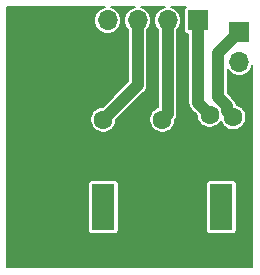
<source format=gbr>
G04 #@! TF.GenerationSoftware,KiCad,Pcbnew,5.0.1-33cea8e~68~ubuntu18.04.1*
G04 #@! TF.CreationDate,2018-11-05T15:54:46+01:00*
G04 #@! TF.ProjectId,Pulse_Arc_Welder_logic,50756C73655F4172635F57656C646572,rev?*
G04 #@! TF.SameCoordinates,Original*
G04 #@! TF.FileFunction,Copper,L1,Top,Signal*
G04 #@! TF.FilePolarity,Positive*
%FSLAX46Y46*%
G04 Gerber Fmt 4.6, Leading zero omitted, Abs format (unit mm)*
G04 Created by KiCad (PCBNEW 5.0.1-33cea8e~68~ubuntu18.04.1) date Mo 05 Nov 2018 15:54:46 CET*
%MOMM*%
%LPD*%
G01*
G04 APERTURE LIST*
G04 #@! TA.AperFunction,ComponentPad*
%ADD10R,1.980000X3.960000*%
G04 #@! TD*
G04 #@! TA.AperFunction,ComponentPad*
%ADD11O,1.980000X3.960000*%
G04 #@! TD*
G04 #@! TA.AperFunction,ComponentPad*
%ADD12R,1.700000X1.700000*%
G04 #@! TD*
G04 #@! TA.AperFunction,ComponentPad*
%ADD13O,1.700000X1.700000*%
G04 #@! TD*
G04 #@! TA.AperFunction,ViaPad*
%ADD14C,1.600000*%
G04 #@! TD*
G04 #@! TA.AperFunction,Conductor*
%ADD15C,1.000000*%
G04 #@! TD*
G04 #@! TA.AperFunction,Conductor*
%ADD16C,0.200000*%
G04 #@! TD*
G04 APERTURE END LIST*
D10*
G04 #@! TO.P,J1,1*
G04 #@! TO.N,Net-(J1-Pad1)*
X100000000Y-88800000D03*
D11*
G04 #@! TO.P,J1,2*
G04 #@! TO.N,GND*
X95000000Y-88800000D03*
G04 #@! TD*
D12*
G04 #@! TO.P,J2,1*
G04 #@! TO.N,WELD*
X111500000Y-74000000D03*
D13*
G04 #@! TO.P,J2,2*
G04 #@! TO.N,+24V*
X111500000Y-76540000D03*
G04 #@! TO.P,J2,3*
G04 #@! TO.N,GND*
X111500000Y-79080000D03*
G04 #@! TD*
D12*
G04 #@! TO.P,J3,1*
G04 #@! TO.N,SIG_1*
X108000000Y-73000000D03*
D13*
G04 #@! TO.P,J3,2*
G04 #@! TO.N,SIG_2*
X105460000Y-73000000D03*
G04 #@! TO.P,J3,3*
G04 #@! TO.N,SIG_3*
X102920000Y-73000000D03*
G04 #@! TO.P,J3,4*
G04 #@! TO.N,+5V*
X100380000Y-73000000D03*
G04 #@! TO.P,J3,5*
G04 #@! TO.N,GND*
X97840000Y-73000000D03*
G04 #@! TD*
D11*
G04 #@! TO.P,J4,2*
G04 #@! TO.N,GND*
X105000000Y-88800000D03*
D10*
G04 #@! TO.P,J4,1*
G04 #@! TO.N,Net-(J4-Pad1)*
X110000000Y-88800000D03*
G04 #@! TD*
D14*
G04 #@! TO.N,GND*
X110100000Y-83900000D03*
G04 #@! TO.N,WELD*
X111000000Y-81200000D03*
G04 #@! TO.N,SIG_1*
X109000000Y-81000000D03*
G04 #@! TO.N,SIG_2*
X105000000Y-81400000D03*
G04 #@! TO.N,SIG_3*
X100000000Y-81400000D03*
G04 #@! TD*
D15*
G04 #@! TO.N,WELD*
X109720001Y-75779999D02*
X109720001Y-79499999D01*
X111500000Y-74000000D02*
X109720001Y-75779999D01*
X110500001Y-80700001D02*
X111000000Y-81200000D01*
X109720001Y-79499999D02*
X110500001Y-80279999D01*
X110500001Y-80279999D02*
X110500001Y-80700001D01*
G04 #@! TO.N,SIG_1*
X108000000Y-73000000D02*
X108000000Y-78700000D01*
X108000000Y-78700000D02*
X108000000Y-80000000D01*
X108000000Y-80000000D02*
X109000000Y-81000000D01*
G04 #@! TO.N,SIG_2*
X105460000Y-73000000D02*
X105460000Y-80940000D01*
X105460000Y-80940000D02*
X105000000Y-81400000D01*
G04 #@! TO.N,SIG_3*
X102920000Y-73000000D02*
X102920000Y-78480000D01*
X102920000Y-78480000D02*
X100000000Y-81400000D01*
G04 #@! TD*
D16*
G04 #@! TO.N,GND*
G36*
X99937785Y-71932398D02*
X99738003Y-72039184D01*
X99562893Y-72182893D01*
X99419184Y-72358003D01*
X99312398Y-72557785D01*
X99246640Y-72774561D01*
X99224436Y-73000000D01*
X99246640Y-73225439D01*
X99312398Y-73442215D01*
X99419184Y-73641997D01*
X99562893Y-73817107D01*
X99738003Y-73960816D01*
X99937785Y-74067602D01*
X100154561Y-74133360D01*
X100323508Y-74150000D01*
X100436492Y-74150000D01*
X100605439Y-74133360D01*
X100822215Y-74067602D01*
X101021997Y-73960816D01*
X101197107Y-73817107D01*
X101340816Y-73641997D01*
X101447602Y-73442215D01*
X101513360Y-73225439D01*
X101535564Y-73000000D01*
X101513360Y-72774561D01*
X101447602Y-72557785D01*
X101340816Y-72358003D01*
X101197107Y-72182893D01*
X101021997Y-72039184D01*
X100822215Y-71932398D01*
X100632998Y-71875000D01*
X102667002Y-71875000D01*
X102477785Y-71932398D01*
X102278003Y-72039184D01*
X102102893Y-72182893D01*
X101959184Y-72358003D01*
X101852398Y-72557785D01*
X101786640Y-72774561D01*
X101764436Y-73000000D01*
X101786640Y-73225439D01*
X101852398Y-73442215D01*
X101959184Y-73641997D01*
X102102893Y-73817107D01*
X102120000Y-73831146D01*
X102120001Y-78148628D01*
X99968630Y-80300000D01*
X99891659Y-80300000D01*
X99679142Y-80342273D01*
X99478955Y-80425193D01*
X99298791Y-80545575D01*
X99145575Y-80698791D01*
X99025193Y-80878955D01*
X98942273Y-81079142D01*
X98900000Y-81291659D01*
X98900000Y-81508341D01*
X98942273Y-81720858D01*
X99025193Y-81921045D01*
X99145575Y-82101209D01*
X99298791Y-82254425D01*
X99478955Y-82374807D01*
X99679142Y-82457727D01*
X99891659Y-82500000D01*
X100108341Y-82500000D01*
X100320858Y-82457727D01*
X100521045Y-82374807D01*
X100701209Y-82254425D01*
X100854425Y-82101209D01*
X100974807Y-81921045D01*
X101057727Y-81720858D01*
X101100000Y-81508341D01*
X101100000Y-81431370D01*
X103457902Y-79073469D01*
X103488422Y-79048422D01*
X103584313Y-78931578D01*
X103588393Y-78926607D01*
X103662679Y-78787628D01*
X103685749Y-78711576D01*
X103708424Y-78636827D01*
X103720000Y-78519293D01*
X103720000Y-78519291D01*
X103723870Y-78480000D01*
X103720000Y-78440709D01*
X103720000Y-73831146D01*
X103737107Y-73817107D01*
X103880816Y-73641997D01*
X103987602Y-73442215D01*
X104053360Y-73225439D01*
X104075564Y-73000000D01*
X104053360Y-72774561D01*
X103987602Y-72557785D01*
X103880816Y-72358003D01*
X103737107Y-72182893D01*
X103561997Y-72039184D01*
X103362215Y-71932398D01*
X103172998Y-71875000D01*
X105207002Y-71875000D01*
X105017785Y-71932398D01*
X104818003Y-72039184D01*
X104642893Y-72182893D01*
X104499184Y-72358003D01*
X104392398Y-72557785D01*
X104326640Y-72774561D01*
X104304436Y-73000000D01*
X104326640Y-73225439D01*
X104392398Y-73442215D01*
X104499184Y-73641997D01*
X104642893Y-73817107D01*
X104660000Y-73831146D01*
X104660001Y-80350201D01*
X104478955Y-80425193D01*
X104298791Y-80545575D01*
X104145575Y-80698791D01*
X104025193Y-80878955D01*
X103942273Y-81079142D01*
X103900000Y-81291659D01*
X103900000Y-81508341D01*
X103942273Y-81720858D01*
X104025193Y-81921045D01*
X104145575Y-82101209D01*
X104298791Y-82254425D01*
X104478955Y-82374807D01*
X104679142Y-82457727D01*
X104891659Y-82500000D01*
X105108341Y-82500000D01*
X105320858Y-82457727D01*
X105521045Y-82374807D01*
X105701209Y-82254425D01*
X105854425Y-82101209D01*
X105974807Y-81921045D01*
X106057727Y-81720858D01*
X106100000Y-81508341D01*
X106100000Y-81421204D01*
X106128393Y-81386607D01*
X106202679Y-81247628D01*
X106244931Y-81108341D01*
X106248424Y-81096827D01*
X106260000Y-80979293D01*
X106260000Y-80979284D01*
X106263869Y-80940001D01*
X106260000Y-80900718D01*
X106260000Y-73831146D01*
X106277107Y-73817107D01*
X106420816Y-73641997D01*
X106527602Y-73442215D01*
X106593360Y-73225439D01*
X106615564Y-73000000D01*
X106593360Y-72774561D01*
X106527602Y-72557785D01*
X106420816Y-72358003D01*
X106277107Y-72182893D01*
X106101997Y-72039184D01*
X105902215Y-71932398D01*
X105712998Y-71875000D01*
X107028084Y-71875000D01*
X106982523Y-71899353D01*
X106936842Y-71936842D01*
X106899353Y-71982523D01*
X106871496Y-72034640D01*
X106854341Y-72091190D01*
X106848549Y-72150000D01*
X106848549Y-73850000D01*
X106854341Y-73908810D01*
X106871496Y-73965360D01*
X106899353Y-74017477D01*
X106936842Y-74063158D01*
X106982523Y-74100647D01*
X107034640Y-74128504D01*
X107091190Y-74145659D01*
X107150000Y-74151451D01*
X107200000Y-74151451D01*
X107200001Y-78660698D01*
X107200000Y-78660708D01*
X107200001Y-79960700D01*
X107196130Y-80000000D01*
X107211577Y-80156827D01*
X107257321Y-80307627D01*
X107331607Y-80446606D01*
X107406531Y-80537901D01*
X107431579Y-80568422D01*
X107462098Y-80593468D01*
X107900000Y-81031370D01*
X107900000Y-81108341D01*
X107942273Y-81320858D01*
X108025193Y-81521045D01*
X108145575Y-81701209D01*
X108298791Y-81854425D01*
X108478955Y-81974807D01*
X108679142Y-82057727D01*
X108891659Y-82100000D01*
X109108341Y-82100000D01*
X109320858Y-82057727D01*
X109521045Y-81974807D01*
X109701209Y-81854425D01*
X109854425Y-81701209D01*
X109954771Y-81551031D01*
X110025193Y-81721045D01*
X110145575Y-81901209D01*
X110298791Y-82054425D01*
X110478955Y-82174807D01*
X110679142Y-82257727D01*
X110891659Y-82300000D01*
X111108341Y-82300000D01*
X111320858Y-82257727D01*
X111521045Y-82174807D01*
X111701209Y-82054425D01*
X111854425Y-81901209D01*
X111974807Y-81721045D01*
X112057727Y-81520858D01*
X112100000Y-81308341D01*
X112100000Y-81091659D01*
X112057727Y-80879142D01*
X111974807Y-80678955D01*
X111854425Y-80498791D01*
X111701209Y-80345575D01*
X111521045Y-80225193D01*
X111320858Y-80142273D01*
X111289696Y-80136074D01*
X111288425Y-80123172D01*
X111242680Y-79972371D01*
X111203997Y-79900000D01*
X111168394Y-79833392D01*
X111093471Y-79742098D01*
X111093470Y-79742097D01*
X111068423Y-79711577D01*
X111037904Y-79686531D01*
X110520001Y-79168629D01*
X110520001Y-77146108D01*
X110539184Y-77181997D01*
X110682893Y-77357107D01*
X110858003Y-77500816D01*
X111057785Y-77607602D01*
X111274561Y-77673360D01*
X111443508Y-77690000D01*
X111556492Y-77690000D01*
X111725439Y-77673360D01*
X111942215Y-77607602D01*
X112141997Y-77500816D01*
X112317107Y-77357107D01*
X112460816Y-77181997D01*
X112567602Y-76982215D01*
X112625001Y-76792996D01*
X112625000Y-93900000D01*
X91875000Y-93900000D01*
X91875000Y-86820000D01*
X98708549Y-86820000D01*
X98708549Y-90780000D01*
X98714341Y-90838810D01*
X98731496Y-90895360D01*
X98759353Y-90947477D01*
X98796842Y-90993158D01*
X98842523Y-91030647D01*
X98894640Y-91058504D01*
X98951190Y-91075659D01*
X99010000Y-91081451D01*
X100990000Y-91081451D01*
X101048810Y-91075659D01*
X101105360Y-91058504D01*
X101157477Y-91030647D01*
X101203158Y-90993158D01*
X101240647Y-90947477D01*
X101268504Y-90895360D01*
X101285659Y-90838810D01*
X101291451Y-90780000D01*
X101291451Y-86820000D01*
X108708549Y-86820000D01*
X108708549Y-90780000D01*
X108714341Y-90838810D01*
X108731496Y-90895360D01*
X108759353Y-90947477D01*
X108796842Y-90993158D01*
X108842523Y-91030647D01*
X108894640Y-91058504D01*
X108951190Y-91075659D01*
X109010000Y-91081451D01*
X110990000Y-91081451D01*
X111048810Y-91075659D01*
X111105360Y-91058504D01*
X111157477Y-91030647D01*
X111203158Y-90993158D01*
X111240647Y-90947477D01*
X111268504Y-90895360D01*
X111285659Y-90838810D01*
X111291451Y-90780000D01*
X111291451Y-86820000D01*
X111285659Y-86761190D01*
X111268504Y-86704640D01*
X111240647Y-86652523D01*
X111203158Y-86606842D01*
X111157477Y-86569353D01*
X111105360Y-86541496D01*
X111048810Y-86524341D01*
X110990000Y-86518549D01*
X109010000Y-86518549D01*
X108951190Y-86524341D01*
X108894640Y-86541496D01*
X108842523Y-86569353D01*
X108796842Y-86606842D01*
X108759353Y-86652523D01*
X108731496Y-86704640D01*
X108714341Y-86761190D01*
X108708549Y-86820000D01*
X101291451Y-86820000D01*
X101285659Y-86761190D01*
X101268504Y-86704640D01*
X101240647Y-86652523D01*
X101203158Y-86606842D01*
X101157477Y-86569353D01*
X101105360Y-86541496D01*
X101048810Y-86524341D01*
X100990000Y-86518549D01*
X99010000Y-86518549D01*
X98951190Y-86524341D01*
X98894640Y-86541496D01*
X98842523Y-86569353D01*
X98796842Y-86606842D01*
X98759353Y-86652523D01*
X98731496Y-86704640D01*
X98714341Y-86761190D01*
X98708549Y-86820000D01*
X91875000Y-86820000D01*
X91875000Y-71875000D01*
X100127002Y-71875000D01*
X99937785Y-71932398D01*
X99937785Y-71932398D01*
G37*
X99937785Y-71932398D02*
X99738003Y-72039184D01*
X99562893Y-72182893D01*
X99419184Y-72358003D01*
X99312398Y-72557785D01*
X99246640Y-72774561D01*
X99224436Y-73000000D01*
X99246640Y-73225439D01*
X99312398Y-73442215D01*
X99419184Y-73641997D01*
X99562893Y-73817107D01*
X99738003Y-73960816D01*
X99937785Y-74067602D01*
X100154561Y-74133360D01*
X100323508Y-74150000D01*
X100436492Y-74150000D01*
X100605439Y-74133360D01*
X100822215Y-74067602D01*
X101021997Y-73960816D01*
X101197107Y-73817107D01*
X101340816Y-73641997D01*
X101447602Y-73442215D01*
X101513360Y-73225439D01*
X101535564Y-73000000D01*
X101513360Y-72774561D01*
X101447602Y-72557785D01*
X101340816Y-72358003D01*
X101197107Y-72182893D01*
X101021997Y-72039184D01*
X100822215Y-71932398D01*
X100632998Y-71875000D01*
X102667002Y-71875000D01*
X102477785Y-71932398D01*
X102278003Y-72039184D01*
X102102893Y-72182893D01*
X101959184Y-72358003D01*
X101852398Y-72557785D01*
X101786640Y-72774561D01*
X101764436Y-73000000D01*
X101786640Y-73225439D01*
X101852398Y-73442215D01*
X101959184Y-73641997D01*
X102102893Y-73817107D01*
X102120000Y-73831146D01*
X102120001Y-78148628D01*
X99968630Y-80300000D01*
X99891659Y-80300000D01*
X99679142Y-80342273D01*
X99478955Y-80425193D01*
X99298791Y-80545575D01*
X99145575Y-80698791D01*
X99025193Y-80878955D01*
X98942273Y-81079142D01*
X98900000Y-81291659D01*
X98900000Y-81508341D01*
X98942273Y-81720858D01*
X99025193Y-81921045D01*
X99145575Y-82101209D01*
X99298791Y-82254425D01*
X99478955Y-82374807D01*
X99679142Y-82457727D01*
X99891659Y-82500000D01*
X100108341Y-82500000D01*
X100320858Y-82457727D01*
X100521045Y-82374807D01*
X100701209Y-82254425D01*
X100854425Y-82101209D01*
X100974807Y-81921045D01*
X101057727Y-81720858D01*
X101100000Y-81508341D01*
X101100000Y-81431370D01*
X103457902Y-79073469D01*
X103488422Y-79048422D01*
X103584313Y-78931578D01*
X103588393Y-78926607D01*
X103662679Y-78787628D01*
X103685749Y-78711576D01*
X103708424Y-78636827D01*
X103720000Y-78519293D01*
X103720000Y-78519291D01*
X103723870Y-78480000D01*
X103720000Y-78440709D01*
X103720000Y-73831146D01*
X103737107Y-73817107D01*
X103880816Y-73641997D01*
X103987602Y-73442215D01*
X104053360Y-73225439D01*
X104075564Y-73000000D01*
X104053360Y-72774561D01*
X103987602Y-72557785D01*
X103880816Y-72358003D01*
X103737107Y-72182893D01*
X103561997Y-72039184D01*
X103362215Y-71932398D01*
X103172998Y-71875000D01*
X105207002Y-71875000D01*
X105017785Y-71932398D01*
X104818003Y-72039184D01*
X104642893Y-72182893D01*
X104499184Y-72358003D01*
X104392398Y-72557785D01*
X104326640Y-72774561D01*
X104304436Y-73000000D01*
X104326640Y-73225439D01*
X104392398Y-73442215D01*
X104499184Y-73641997D01*
X104642893Y-73817107D01*
X104660000Y-73831146D01*
X104660001Y-80350201D01*
X104478955Y-80425193D01*
X104298791Y-80545575D01*
X104145575Y-80698791D01*
X104025193Y-80878955D01*
X103942273Y-81079142D01*
X103900000Y-81291659D01*
X103900000Y-81508341D01*
X103942273Y-81720858D01*
X104025193Y-81921045D01*
X104145575Y-82101209D01*
X104298791Y-82254425D01*
X104478955Y-82374807D01*
X104679142Y-82457727D01*
X104891659Y-82500000D01*
X105108341Y-82500000D01*
X105320858Y-82457727D01*
X105521045Y-82374807D01*
X105701209Y-82254425D01*
X105854425Y-82101209D01*
X105974807Y-81921045D01*
X106057727Y-81720858D01*
X106100000Y-81508341D01*
X106100000Y-81421204D01*
X106128393Y-81386607D01*
X106202679Y-81247628D01*
X106244931Y-81108341D01*
X106248424Y-81096827D01*
X106260000Y-80979293D01*
X106260000Y-80979284D01*
X106263869Y-80940001D01*
X106260000Y-80900718D01*
X106260000Y-73831146D01*
X106277107Y-73817107D01*
X106420816Y-73641997D01*
X106527602Y-73442215D01*
X106593360Y-73225439D01*
X106615564Y-73000000D01*
X106593360Y-72774561D01*
X106527602Y-72557785D01*
X106420816Y-72358003D01*
X106277107Y-72182893D01*
X106101997Y-72039184D01*
X105902215Y-71932398D01*
X105712998Y-71875000D01*
X107028084Y-71875000D01*
X106982523Y-71899353D01*
X106936842Y-71936842D01*
X106899353Y-71982523D01*
X106871496Y-72034640D01*
X106854341Y-72091190D01*
X106848549Y-72150000D01*
X106848549Y-73850000D01*
X106854341Y-73908810D01*
X106871496Y-73965360D01*
X106899353Y-74017477D01*
X106936842Y-74063158D01*
X106982523Y-74100647D01*
X107034640Y-74128504D01*
X107091190Y-74145659D01*
X107150000Y-74151451D01*
X107200000Y-74151451D01*
X107200001Y-78660698D01*
X107200000Y-78660708D01*
X107200001Y-79960700D01*
X107196130Y-80000000D01*
X107211577Y-80156827D01*
X107257321Y-80307627D01*
X107331607Y-80446606D01*
X107406531Y-80537901D01*
X107431579Y-80568422D01*
X107462098Y-80593468D01*
X107900000Y-81031370D01*
X107900000Y-81108341D01*
X107942273Y-81320858D01*
X108025193Y-81521045D01*
X108145575Y-81701209D01*
X108298791Y-81854425D01*
X108478955Y-81974807D01*
X108679142Y-82057727D01*
X108891659Y-82100000D01*
X109108341Y-82100000D01*
X109320858Y-82057727D01*
X109521045Y-81974807D01*
X109701209Y-81854425D01*
X109854425Y-81701209D01*
X109954771Y-81551031D01*
X110025193Y-81721045D01*
X110145575Y-81901209D01*
X110298791Y-82054425D01*
X110478955Y-82174807D01*
X110679142Y-82257727D01*
X110891659Y-82300000D01*
X111108341Y-82300000D01*
X111320858Y-82257727D01*
X111521045Y-82174807D01*
X111701209Y-82054425D01*
X111854425Y-81901209D01*
X111974807Y-81721045D01*
X112057727Y-81520858D01*
X112100000Y-81308341D01*
X112100000Y-81091659D01*
X112057727Y-80879142D01*
X111974807Y-80678955D01*
X111854425Y-80498791D01*
X111701209Y-80345575D01*
X111521045Y-80225193D01*
X111320858Y-80142273D01*
X111289696Y-80136074D01*
X111288425Y-80123172D01*
X111242680Y-79972371D01*
X111203997Y-79900000D01*
X111168394Y-79833392D01*
X111093471Y-79742098D01*
X111093470Y-79742097D01*
X111068423Y-79711577D01*
X111037904Y-79686531D01*
X110520001Y-79168629D01*
X110520001Y-77146108D01*
X110539184Y-77181997D01*
X110682893Y-77357107D01*
X110858003Y-77500816D01*
X111057785Y-77607602D01*
X111274561Y-77673360D01*
X111443508Y-77690000D01*
X111556492Y-77690000D01*
X111725439Y-77673360D01*
X111942215Y-77607602D01*
X112141997Y-77500816D01*
X112317107Y-77357107D01*
X112460816Y-77181997D01*
X112567602Y-76982215D01*
X112625001Y-76792996D01*
X112625000Y-93900000D01*
X91875000Y-93900000D01*
X91875000Y-86820000D01*
X98708549Y-86820000D01*
X98708549Y-90780000D01*
X98714341Y-90838810D01*
X98731496Y-90895360D01*
X98759353Y-90947477D01*
X98796842Y-90993158D01*
X98842523Y-91030647D01*
X98894640Y-91058504D01*
X98951190Y-91075659D01*
X99010000Y-91081451D01*
X100990000Y-91081451D01*
X101048810Y-91075659D01*
X101105360Y-91058504D01*
X101157477Y-91030647D01*
X101203158Y-90993158D01*
X101240647Y-90947477D01*
X101268504Y-90895360D01*
X101285659Y-90838810D01*
X101291451Y-90780000D01*
X101291451Y-86820000D01*
X108708549Y-86820000D01*
X108708549Y-90780000D01*
X108714341Y-90838810D01*
X108731496Y-90895360D01*
X108759353Y-90947477D01*
X108796842Y-90993158D01*
X108842523Y-91030647D01*
X108894640Y-91058504D01*
X108951190Y-91075659D01*
X109010000Y-91081451D01*
X110990000Y-91081451D01*
X111048810Y-91075659D01*
X111105360Y-91058504D01*
X111157477Y-91030647D01*
X111203158Y-90993158D01*
X111240647Y-90947477D01*
X111268504Y-90895360D01*
X111285659Y-90838810D01*
X111291451Y-90780000D01*
X111291451Y-86820000D01*
X111285659Y-86761190D01*
X111268504Y-86704640D01*
X111240647Y-86652523D01*
X111203158Y-86606842D01*
X111157477Y-86569353D01*
X111105360Y-86541496D01*
X111048810Y-86524341D01*
X110990000Y-86518549D01*
X109010000Y-86518549D01*
X108951190Y-86524341D01*
X108894640Y-86541496D01*
X108842523Y-86569353D01*
X108796842Y-86606842D01*
X108759353Y-86652523D01*
X108731496Y-86704640D01*
X108714341Y-86761190D01*
X108708549Y-86820000D01*
X101291451Y-86820000D01*
X101285659Y-86761190D01*
X101268504Y-86704640D01*
X101240647Y-86652523D01*
X101203158Y-86606842D01*
X101157477Y-86569353D01*
X101105360Y-86541496D01*
X101048810Y-86524341D01*
X100990000Y-86518549D01*
X99010000Y-86518549D01*
X98951190Y-86524341D01*
X98894640Y-86541496D01*
X98842523Y-86569353D01*
X98796842Y-86606842D01*
X98759353Y-86652523D01*
X98731496Y-86704640D01*
X98714341Y-86761190D01*
X98708549Y-86820000D01*
X91875000Y-86820000D01*
X91875000Y-71875000D01*
X100127002Y-71875000D01*
X99937785Y-71932398D01*
G04 #@! TD*
M02*

</source>
